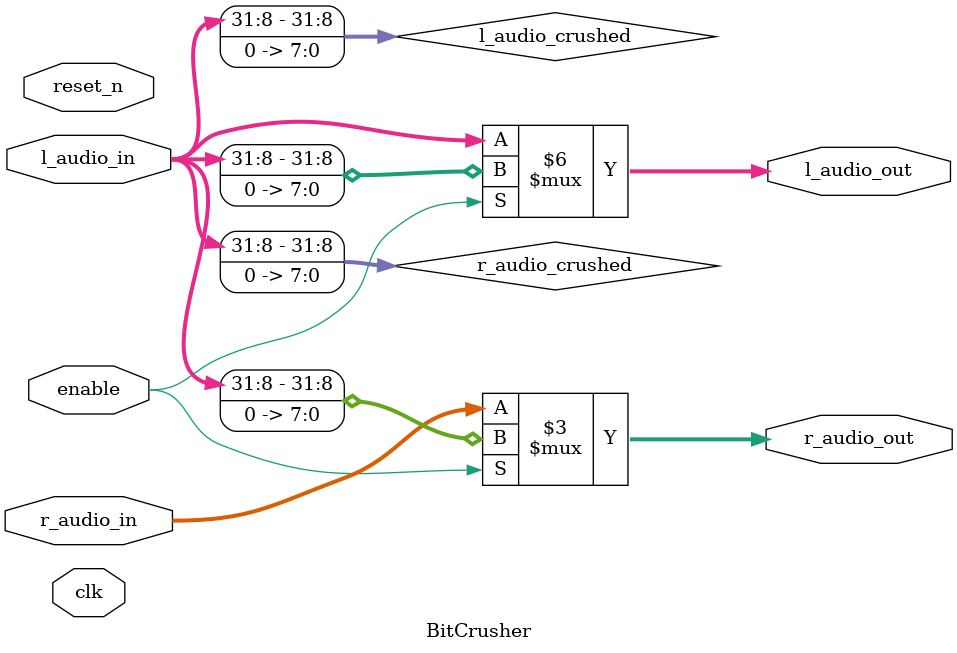
<source format=v>
/*****************************************************************************
 *                          Bit Crusher                        *
 *****************************************************************************/

module BitCrusher(

clk,
enable, // will be controller by a switch if 1 then we apply effect if 0 do nothing
reset_n,
r_audio_in,
l_audio_in,
r_audio_out,
l_audio_out,
// new_audio_in // Says that we have a new audio signal to process

);

input wire clk, enable, reset_n;
input wire signed [31:0] r_audio_in, l_audio_in;
output reg signed [31:0] r_audio_out, l_audio_out;
reg signed [31:0] r_audio_crushed, l_audio_crushed;


always @(*)
begin
    l_audio_crushed = l_audio_in;
    l_audio_crushed [0] = 1'b0;
    l_audio_crushed [1] = 1'b0;
    l_audio_crushed [2] = 1'b0;
    l_audio_crushed [3] = 1'b0; 
    l_audio_crushed [4] = 1'b0; 
    l_audio_crushed [5] = 1'b0; 
    l_audio_crushed [6] = 1'b0; 
    l_audio_crushed [7] = 1'b0; // sets the 8 least significant bits to be zero

    r_audio_crushed = l_audio_in;
    r_audio_crushed [0] = 1'b0;
    r_audio_crushed [1] = 1'b0;
    r_audio_crushed [2] = 1'b0;
    r_audio_crushed [3] = 1'b0; 
    r_audio_crushed [4] = 1'b0; 
    r_audio_crushed [5] = 1'b0; 
    r_audio_crushed [6] = 1'b0; 
    r_audio_crushed [7] = 1'b0; // sets the 8 least significant bits to be zer

    if(enable) begin
        l_audio_out = l_audio_crushed; //if the switch is on then we crush the audio
        r_audio_out = r_audio_crushed; //if the switch is on then we crush the audio
        end
    else begin
    r_audio_out = r_audio_in; //if the switch is off do nothing
    l_audio_out = l_audio_in; //if the switch is off do nothing
    end
end
endmodule
</source>
